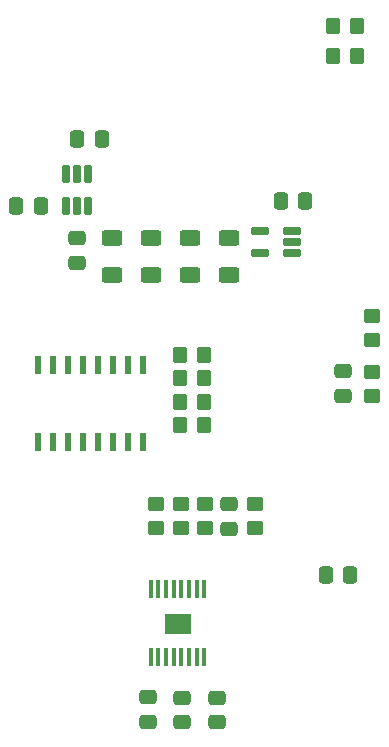
<source format=gbr>
%TF.GenerationSoftware,KiCad,Pcbnew,7.0.11-7.0.11~ubuntu22.04.1*%
%TF.CreationDate,2025-01-31T21:43:45-05:00*%
%TF.ProjectId,C64UltimatePSU,43363455-6c74-4696-9d61-74655053552e,rev?*%
%TF.SameCoordinates,Original*%
%TF.FileFunction,Paste,Bot*%
%TF.FilePolarity,Positive*%
%FSLAX46Y46*%
G04 Gerber Fmt 4.6, Leading zero omitted, Abs format (unit mm)*
G04 Created by KiCad (PCBNEW 7.0.11-7.0.11~ubuntu22.04.1) date 2025-01-31 21:43:45*
%MOMM*%
%LPD*%
G01*
G04 APERTURE LIST*
G04 Aperture macros list*
%AMRoundRect*
0 Rectangle with rounded corners*
0 $1 Rounding radius*
0 $2 $3 $4 $5 $6 $7 $8 $9 X,Y pos of 4 corners*
0 Add a 4 corners polygon primitive as box body*
4,1,4,$2,$3,$4,$5,$6,$7,$8,$9,$2,$3,0*
0 Add four circle primitives for the rounded corners*
1,1,$1+$1,$2,$3*
1,1,$1+$1,$4,$5*
1,1,$1+$1,$6,$7*
1,1,$1+$1,$8,$9*
0 Add four rect primitives between the rounded corners*
20,1,$1+$1,$2,$3,$4,$5,0*
20,1,$1+$1,$4,$5,$6,$7,0*
20,1,$1+$1,$6,$7,$8,$9,0*
20,1,$1+$1,$8,$9,$2,$3,0*%
G04 Aperture macros list end*
%ADD10C,0.010000*%
%ADD11RoundRect,0.137500X-0.137500X0.662500X-0.137500X-0.662500X0.137500X-0.662500X0.137500X0.662500X0*%
%ADD12RoundRect,0.250000X0.450000X-0.350000X0.450000X0.350000X-0.450000X0.350000X-0.450000X-0.350000X0*%
%ADD13RoundRect,0.250000X0.350000X0.450000X-0.350000X0.450000X-0.350000X-0.450000X0.350000X-0.450000X0*%
%ADD14RoundRect,0.250000X-0.475000X0.337500X-0.475000X-0.337500X0.475000X-0.337500X0.475000X0.337500X0*%
%ADD15RoundRect,0.250000X-0.450000X0.350000X-0.450000X-0.350000X0.450000X-0.350000X0.450000X0.350000X0*%
%ADD16RoundRect,0.250000X-0.337500X-0.475000X0.337500X-0.475000X0.337500X0.475000X-0.337500X0.475000X0*%
%ADD17RoundRect,0.250000X0.475000X-0.337500X0.475000X0.337500X-0.475000X0.337500X-0.475000X-0.337500X0*%
%ADD18RoundRect,0.162500X-0.162500X0.617500X-0.162500X-0.617500X0.162500X-0.617500X0.162500X0.617500X0*%
%ADD19RoundRect,0.250000X0.625000X-0.400000X0.625000X0.400000X-0.625000X0.400000X-0.625000X-0.400000X0*%
%ADD20RoundRect,0.051250X-0.153750X0.733750X-0.153750X-0.733750X0.153750X-0.733750X0.153750X0.733750X0*%
%ADD21RoundRect,0.250000X0.337500X0.475000X-0.337500X0.475000X-0.337500X-0.475000X0.337500X-0.475000X0*%
%ADD22RoundRect,0.162500X0.617500X0.162500X-0.617500X0.162500X-0.617500X-0.162500X0.617500X-0.162500X0*%
%ADD23RoundRect,0.250000X-0.350000X-0.450000X0.350000X-0.450000X0.350000X0.450000X-0.350000X0.450000X0*%
G04 APERTURE END LIST*
%TO.C,IC4*%
D10*
X153286200Y-119799200D02*
X151136200Y-119799200D01*
X151136200Y-118199200D01*
X153286200Y-118199200D01*
X153286200Y-119799200D01*
G36*
X153286200Y-119799200D02*
G01*
X151136200Y-119799200D01*
X151136200Y-118199200D01*
X153286200Y-118199200D01*
X153286200Y-119799200D01*
G37*
%TD*%
D11*
%TO.C,IC5*%
X140385800Y-97155000D03*
X141655800Y-97155000D03*
X142925800Y-97155000D03*
X144195800Y-97155000D03*
X145465800Y-97155000D03*
X146735800Y-97155000D03*
X148005800Y-97155000D03*
X149275800Y-97155000D03*
X149275800Y-103655000D03*
X148005800Y-103655000D03*
X146735800Y-103655000D03*
X145465800Y-103655000D03*
X144195800Y-103655000D03*
X142925800Y-103655000D03*
X141655800Y-103655000D03*
X140385800Y-103655000D03*
%TD*%
D12*
%TO.C,R14*%
X154584400Y-110921800D03*
X154584400Y-108921800D03*
%TD*%
D13*
%TO.C,R17*%
X154450800Y-96240600D03*
X152450800Y-96240600D03*
%TD*%
D14*
%TO.C,C17*%
X152577800Y-125298200D03*
X152577800Y-127373200D03*
%TD*%
D15*
%TO.C,R4*%
X168656000Y-97720400D03*
X168656000Y-99720400D03*
%TD*%
D16*
%TO.C,C15*%
X138564800Y-83667600D03*
X140639800Y-83667600D03*
%TD*%
D17*
%TO.C,C1*%
X156591000Y-110998000D03*
X156591000Y-108923000D03*
%TD*%
D14*
%TO.C,C13*%
X149733000Y-125255200D03*
X149733000Y-127330200D03*
%TD*%
D13*
%TO.C,R1*%
X154457400Y-98196400D03*
X152457400Y-98196400D03*
%TD*%
D15*
%TO.C,R3*%
X168656000Y-92970600D03*
X168656000Y-94970600D03*
%TD*%
D18*
%TO.C,IC2*%
X142778400Y-80949800D03*
X143728400Y-80949800D03*
X144678400Y-80949800D03*
X144678400Y-83649800D03*
X143728400Y-83649800D03*
X142778400Y-83649800D03*
%TD*%
D13*
%TO.C,R5*%
X154457400Y-102184200D03*
X152457400Y-102184200D03*
%TD*%
%TO.C,R2*%
X154457400Y-100253800D03*
X152457400Y-100253800D03*
%TD*%
D19*
%TO.C,R9*%
X153290400Y-89485400D03*
X153290400Y-86385400D03*
%TD*%
D20*
%TO.C,IC4*%
X149936200Y-116129200D03*
X150586200Y-116129200D03*
X151236200Y-116129200D03*
X151886200Y-116129200D03*
X152536200Y-116129200D03*
X153186200Y-116129200D03*
X153836200Y-116129200D03*
X154486200Y-116129200D03*
X154486200Y-121869200D03*
X153836200Y-121869200D03*
X153186200Y-121869200D03*
X152536200Y-121869200D03*
X151886200Y-121869200D03*
X151236200Y-121869200D03*
X150586200Y-121869200D03*
X149936200Y-121869200D03*
%TD*%
D21*
%TO.C,C3*%
X145796000Y-77978000D03*
X143721000Y-77978000D03*
%TD*%
D19*
%TO.C,R8*%
X150000400Y-89485400D03*
X150000400Y-86385400D03*
%TD*%
D22*
%TO.C,IC3*%
X161874200Y-85775800D03*
X161874200Y-86725800D03*
X161874200Y-87675800D03*
X159174200Y-87675800D03*
X159174200Y-85775800D03*
%TD*%
D12*
%TO.C,R13*%
X158800800Y-110915200D03*
X158800800Y-108915200D03*
%TD*%
%TO.C,R12*%
X152527000Y-110915200D03*
X152527000Y-108915200D03*
%TD*%
D16*
%TO.C,C14*%
X160959800Y-83210400D03*
X163034800Y-83210400D03*
%TD*%
D14*
%TO.C,C7*%
X155549600Y-125302100D03*
X155549600Y-127377100D03*
%TD*%
D17*
%TO.C,C2*%
X143738600Y-88493600D03*
X143738600Y-86418600D03*
%TD*%
D19*
%TO.C,R7*%
X146710400Y-89485400D03*
X146710400Y-86385400D03*
%TD*%
%TO.C,R10*%
X156580400Y-89485400D03*
X156580400Y-86385400D03*
%TD*%
D16*
%TO.C,C6*%
X164773700Y-114909600D03*
X166848700Y-114909600D03*
%TD*%
D23*
%TO.C,R6*%
X165379400Y-68402200D03*
X167379400Y-68402200D03*
%TD*%
%TO.C,R15*%
X165379400Y-70967600D03*
X167379400Y-70967600D03*
%TD*%
D15*
%TO.C,R11*%
X150368000Y-108915200D03*
X150368000Y-110915200D03*
%TD*%
D17*
%TO.C,C5*%
X166192200Y-99745800D03*
X166192200Y-97670800D03*
%TD*%
M02*

</source>
